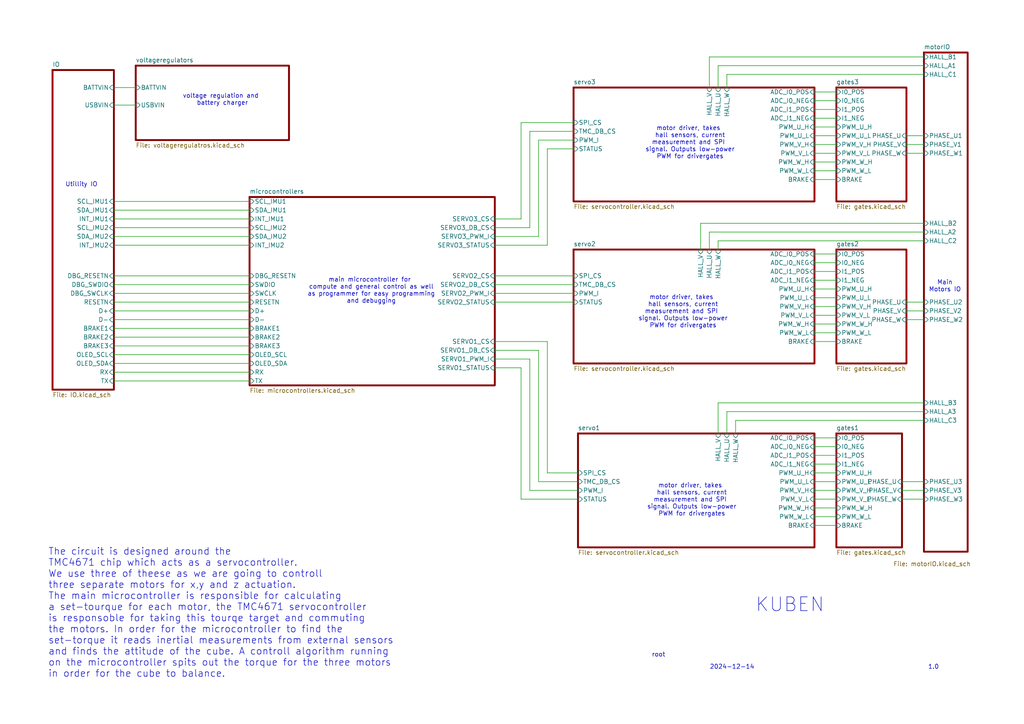
<source format=kicad_sch>
(kicad_sch
	(version 20231120)
	(generator "eeschema")
	(generator_version "8.0")
	(uuid "c7634e88-16d1-45ec-9aac-9c841e03cf6d")
	(paper "A4")
	(lib_symbols)
	(wire
		(pts
			(xy 262.89 44.45) (xy 267.97 44.45)
		)
		(stroke
			(width 0)
			(type default)
		)
		(uuid "0442c1d6-d710-477a-bbae-6e15fb043123")
	)
	(wire
		(pts
			(xy 236.22 46.99) (xy 242.57 46.99)
		)
		(stroke
			(width 0)
			(type default)
		)
		(uuid "04571961-bb7f-4cc8-a6b3-57e1b29d828b")
	)
	(wire
		(pts
			(xy 236.22 132.08) (xy 242.57 132.08)
		)
		(stroke
			(width 0)
			(type default)
		)
		(uuid "04cb9b9c-e00a-49f6-8781-5c65c2cf8ca1")
	)
	(wire
		(pts
			(xy 261.62 139.7) (xy 267.97 139.7)
		)
		(stroke
			(width 0)
			(type default)
		)
		(uuid "0c998ced-d9ee-4734-ae44-0841eca571d9")
	)
	(wire
		(pts
			(xy 236.22 44.45) (xy 242.57 44.45)
		)
		(stroke
			(width 0)
			(type default)
		)
		(uuid "0f753932-1d40-45d0-a893-c90331c2f4c2")
	)
	(wire
		(pts
			(xy 158.75 71.12) (xy 158.75 43.18)
		)
		(stroke
			(width 0)
			(type default)
		)
		(uuid "10d9a6c9-d0fb-41ae-b766-19779d5919d4")
	)
	(wire
		(pts
			(xy 236.22 134.62) (xy 242.57 134.62)
		)
		(stroke
			(width 0)
			(type default)
		)
		(uuid "11059d6b-f3b0-4f22-83f6-c55b43d590f2")
	)
	(wire
		(pts
			(xy 158.75 99.06) (xy 158.75 137.16)
		)
		(stroke
			(width 0)
			(type default)
		)
		(uuid "12d442b4-6b9d-4dd9-b2fa-9377566c556b")
	)
	(wire
		(pts
			(xy 236.22 152.4) (xy 242.57 152.4)
		)
		(stroke
			(width 0)
			(type default)
		)
		(uuid "15beb2be-4553-42b4-a30b-a24371527c6a")
	)
	(wire
		(pts
			(xy 236.22 139.7) (xy 242.57 139.7)
		)
		(stroke
			(width 0)
			(type default)
		)
		(uuid "162bf820-87d4-4773-ab86-8ecd7bf9e3d8")
	)
	(wire
		(pts
			(xy 158.75 137.16) (xy 167.64 137.16)
		)
		(stroke
			(width 0)
			(type default)
		)
		(uuid "1bc40a12-3fc0-4493-bad1-03f7b10bdab8")
	)
	(wire
		(pts
			(xy 236.22 81.28) (xy 242.57 81.28)
		)
		(stroke
			(width 0)
			(type default)
		)
		(uuid "1bf2f08d-33e9-458a-8aee-1ca62cfd2e9a")
	)
	(wire
		(pts
			(xy 236.22 149.86) (xy 242.57 149.86)
		)
		(stroke
			(width 0)
			(type default)
		)
		(uuid "1c8faeb0-9aff-489b-8463-a02e01fc155e")
	)
	(wire
		(pts
			(xy 236.22 41.91) (xy 242.57 41.91)
		)
		(stroke
			(width 0)
			(type default)
		)
		(uuid "2339f343-ef04-45b0-a85a-83948d5d3cb5")
	)
	(wire
		(pts
			(xy 262.89 87.63) (xy 267.97 87.63)
		)
		(stroke
			(width 0)
			(type default)
		)
		(uuid "2341ebd5-fc34-410d-aa60-f1f0d2bf4451")
	)
	(wire
		(pts
			(xy 205.74 67.31) (xy 267.97 67.31)
		)
		(stroke
			(width 0)
			(type default)
		)
		(uuid "236dc040-313a-47aa-8b00-2563f9bc27a8")
	)
	(wire
		(pts
			(xy 151.13 35.56) (xy 166.37 35.56)
		)
		(stroke
			(width 0)
			(type default)
		)
		(uuid "24d56666-e389-4c03-8180-dc986f6a83bd")
	)
	(wire
		(pts
			(xy 203.2 64.77) (xy 267.97 64.77)
		)
		(stroke
			(width 0)
			(type default)
		)
		(uuid "2dfc0cc1-e4af-418a-b8fb-2ce57435916d")
	)
	(wire
		(pts
			(xy 236.22 96.52) (xy 242.57 96.52)
		)
		(stroke
			(width 0)
			(type default)
		)
		(uuid "30ff744e-6916-41db-8a6b-bbed495f2ae5")
	)
	(wire
		(pts
			(xy 205.74 16.51) (xy 267.97 16.51)
		)
		(stroke
			(width 0)
			(type default)
		)
		(uuid "37b22253-0237-40e9-90b5-8752dd74f1b0")
	)
	(wire
		(pts
			(xy 236.22 83.82) (xy 242.57 83.82)
		)
		(stroke
			(width 0)
			(type default)
		)
		(uuid "3cf51e97-6200-4d4d-8328-1bbe057a2b7f")
	)
	(wire
		(pts
			(xy 208.28 116.84) (xy 208.28 125.73)
		)
		(stroke
			(width 0)
			(type default)
		)
		(uuid "3e0664a5-05b7-4e0a-ac6b-7c884c860770")
	)
	(wire
		(pts
			(xy 33.02 30.48) (xy 39.37 30.48)
		)
		(stroke
			(width 0)
			(type default)
		)
		(uuid "40887b02-0436-437c-9027-0b8f46cbefe3")
	)
	(wire
		(pts
			(xy 143.51 71.12) (xy 158.75 71.12)
		)
		(stroke
			(width 0)
			(type default)
		)
		(uuid "44177333-c24a-4a30-b13c-7d0175c92b3f")
	)
	(wire
		(pts
			(xy 143.51 82.55) (xy 166.37 82.55)
		)
		(stroke
			(width 0)
			(type default)
		)
		(uuid "445c6698-ed78-41ff-b3e4-9d8361689548")
	)
	(wire
		(pts
			(xy 236.22 73.66) (xy 242.57 73.66)
		)
		(stroke
			(width 0)
			(type default)
		)
		(uuid "45bd4de5-1f89-4418-a164-5a44ea241189")
	)
	(wire
		(pts
			(xy 33.02 102.87) (xy 72.39 102.87)
		)
		(stroke
			(width 0)
			(type default)
		)
		(uuid "460d3233-2650-42ca-bf9b-31924645e9fd")
	)
	(wire
		(pts
			(xy 208.28 19.05) (xy 267.97 19.05)
		)
		(stroke
			(width 0)
			(type default)
		)
		(uuid "4721fddf-8c9c-4dbc-b629-74993e3fd814")
	)
	(wire
		(pts
			(xy 203.2 64.77) (xy 203.2 72.39)
		)
		(stroke
			(width 0)
			(type default)
		)
		(uuid "47ce4fbb-3a1a-4b6e-be1f-0631b809d2c6")
	)
	(wire
		(pts
			(xy 33.02 87.63) (xy 72.39 87.63)
		)
		(stroke
			(width 0)
			(type default)
		)
		(uuid "483ba506-e5a4-45ac-a112-daa8e9868418")
	)
	(wire
		(pts
			(xy 236.22 142.24) (xy 242.57 142.24)
		)
		(stroke
			(width 0)
			(type default)
		)
		(uuid "4ca971c8-4835-4e2f-a13d-9ad67a12aa4c")
	)
	(wire
		(pts
			(xy 156.21 40.64) (xy 166.37 40.64)
		)
		(stroke
			(width 0)
			(type default)
		)
		(uuid "524ab4c4-58ce-4bcc-bac2-427fb1cf2968")
	)
	(wire
		(pts
			(xy 143.51 63.5) (xy 151.13 63.5)
		)
		(stroke
			(width 0)
			(type default)
		)
		(uuid "54d9e6b1-6d52-4997-9d94-534dc7916e9e")
	)
	(wire
		(pts
			(xy 236.22 129.54) (xy 242.57 129.54)
		)
		(stroke
			(width 0)
			(type default)
		)
		(uuid "55123c42-f587-41aa-9006-f072a1af420d")
	)
	(wire
		(pts
			(xy 158.75 43.18) (xy 166.37 43.18)
		)
		(stroke
			(width 0)
			(type default)
		)
		(uuid "553f6e91-b4d3-4df6-8477-91b2cabb6fb1")
	)
	(wire
		(pts
			(xy 208.28 19.05) (xy 208.28 25.4)
		)
		(stroke
			(width 0)
			(type default)
		)
		(uuid "55a1fbd1-d87a-4240-bfe8-38df0475d4f7")
	)
	(wire
		(pts
			(xy 236.22 147.32) (xy 242.57 147.32)
		)
		(stroke
			(width 0)
			(type default)
		)
		(uuid "5a052707-2bb7-4172-bcf5-eb020a8910b7")
	)
	(wire
		(pts
			(xy 236.22 76.2) (xy 242.57 76.2)
		)
		(stroke
			(width 0)
			(type default)
		)
		(uuid "5b46ba62-3d40-4860-bcb3-cb9438b29978")
	)
	(wire
		(pts
			(xy 33.02 58.42) (xy 72.39 58.42)
		)
		(stroke
			(width 0)
			(type default)
		)
		(uuid "5e248821-dea7-4fdf-b4a8-82c00be6aec7")
	)
	(wire
		(pts
			(xy 33.02 68.58) (xy 72.39 68.58)
		)
		(stroke
			(width 0)
			(type default)
		)
		(uuid "6121ca97-6719-41ba-ad91-75df0ed4cbdb")
	)
	(wire
		(pts
			(xy 262.89 90.17) (xy 267.97 90.17)
		)
		(stroke
			(width 0)
			(type default)
		)
		(uuid "6240d7be-3445-4dfe-a759-3a551bc8f443")
	)
	(wire
		(pts
			(xy 261.62 144.78) (xy 267.97 144.78)
		)
		(stroke
			(width 0)
			(type default)
		)
		(uuid "6400de5d-1e01-4505-bc69-3c438a78008e")
	)
	(wire
		(pts
			(xy 151.13 144.78) (xy 151.13 106.68)
		)
		(stroke
			(width 0)
			(type default)
		)
		(uuid "661bcdf9-8072-4a25-becc-8d02c0d49267")
	)
	(wire
		(pts
			(xy 33.02 82.55) (xy 72.39 82.55)
		)
		(stroke
			(width 0)
			(type default)
		)
		(uuid "681b270f-c901-44e9-93f8-832994237082")
	)
	(wire
		(pts
			(xy 236.22 78.74) (xy 242.57 78.74)
		)
		(stroke
			(width 0)
			(type default)
		)
		(uuid "68c7f9b9-7c48-47c2-b767-3c917507b216")
	)
	(wire
		(pts
			(xy 236.22 31.75) (xy 242.57 31.75)
		)
		(stroke
			(width 0)
			(type default)
		)
		(uuid "69914a61-0cb5-4296-b9e7-14d72a804b7d")
	)
	(wire
		(pts
			(xy 210.82 119.38) (xy 267.97 119.38)
		)
		(stroke
			(width 0)
			(type default)
		)
		(uuid "6b4237a0-04d7-474c-9dfa-a328329ef990")
	)
	(wire
		(pts
			(xy 143.51 104.14) (xy 153.67 104.14)
		)
		(stroke
			(width 0)
			(type default)
		)
		(uuid "74602f4c-ec4a-48fa-b901-1bfc8eccfa24")
	)
	(wire
		(pts
			(xy 143.51 80.01) (xy 166.37 80.01)
		)
		(stroke
			(width 0)
			(type default)
		)
		(uuid "74af19aa-91f7-4e0a-9973-a4a6bea9c479")
	)
	(wire
		(pts
			(xy 213.36 121.92) (xy 213.36 125.73)
		)
		(stroke
			(width 0)
			(type default)
		)
		(uuid "781cc4b6-2598-49eb-87c3-45dfe8c36235")
	)
	(wire
		(pts
			(xy 261.62 142.24) (xy 267.97 142.24)
		)
		(stroke
			(width 0)
			(type default)
		)
		(uuid "78a55089-a950-4c72-ae0c-f719a9aac756")
	)
	(wire
		(pts
			(xy 153.67 142.24) (xy 167.64 142.24)
		)
		(stroke
			(width 0)
			(type default)
		)
		(uuid "7b432902-388c-4d5d-86fe-7f041359c867")
	)
	(wire
		(pts
			(xy 153.67 66.04) (xy 153.67 38.1)
		)
		(stroke
			(width 0)
			(type default)
		)
		(uuid "7b9db7f1-5572-49ce-b746-7d188e2a6c23")
	)
	(wire
		(pts
			(xy 33.02 95.25) (xy 72.39 95.25)
		)
		(stroke
			(width 0)
			(type default)
		)
		(uuid "7bdb09a2-51f3-43a7-9b50-855b6e44f783")
	)
	(wire
		(pts
			(xy 33.02 110.49) (xy 72.39 110.49)
		)
		(stroke
			(width 0)
			(type default)
		)
		(uuid "7c0b0cf4-05a8-4223-8485-e07dd0005e3b")
	)
	(wire
		(pts
			(xy 236.22 29.21) (xy 242.57 29.21)
		)
		(stroke
			(width 0)
			(type default)
		)
		(uuid "80806592-c47c-4ef8-aaab-a17d8c6cc7ef")
	)
	(wire
		(pts
			(xy 210.82 21.59) (xy 267.97 21.59)
		)
		(stroke
			(width 0)
			(type default)
		)
		(uuid "80ff231d-c9d8-4963-bb8f-fc450952195f")
	)
	(wire
		(pts
			(xy 205.74 16.51) (xy 205.74 25.4)
		)
		(stroke
			(width 0)
			(type default)
		)
		(uuid "82164de2-7f4f-404b-a141-17ed132e24c2")
	)
	(wire
		(pts
			(xy 156.21 68.58) (xy 156.21 40.64)
		)
		(stroke
			(width 0)
			(type default)
		)
		(uuid "83f4ce3a-a7cf-47b9-96a1-fdf87f7dd723")
	)
	(wire
		(pts
			(xy 236.22 39.37) (xy 242.57 39.37)
		)
		(stroke
			(width 0)
			(type default)
		)
		(uuid "865f1c6d-ece7-4aa0-a4fa-74e7a322fa06")
	)
	(wire
		(pts
			(xy 156.21 101.6) (xy 156.21 139.7)
		)
		(stroke
			(width 0)
			(type default)
		)
		(uuid "89b0d097-d58c-4682-a93f-fb17c39ae649")
	)
	(wire
		(pts
			(xy 156.21 139.7) (xy 167.64 139.7)
		)
		(stroke
			(width 0)
			(type default)
		)
		(uuid "8d953b4e-b172-4efe-a0cb-2ac3d9bfefda")
	)
	(wire
		(pts
			(xy 236.22 36.83) (xy 242.57 36.83)
		)
		(stroke
			(width 0)
			(type default)
		)
		(uuid "8de82ee2-8275-43c8-ada0-36a37620e2f4")
	)
	(wire
		(pts
			(xy 33.02 100.33) (xy 72.39 100.33)
		)
		(stroke
			(width 0)
			(type default)
		)
		(uuid "8faa7266-4011-480a-a980-43ab20adf955")
	)
	(wire
		(pts
			(xy 33.02 85.09) (xy 72.39 85.09)
		)
		(stroke
			(width 0)
			(type default)
		)
		(uuid "900a398b-da45-413c-8ab6-d0e295bb9fa6")
	)
	(wire
		(pts
			(xy 33.02 66.04) (xy 72.39 66.04)
		)
		(stroke
			(width 0)
			(type default)
		)
		(uuid "91ec5358-01de-42ac-80a7-a4700a4359fe")
	)
	(wire
		(pts
			(xy 236.22 34.29) (xy 242.57 34.29)
		)
		(stroke
			(width 0)
			(type default)
		)
		(uuid "9b7c5455-65d8-4248-8f6b-1dfb2fc34a17")
	)
	(wire
		(pts
			(xy 153.67 104.14) (xy 153.67 142.24)
		)
		(stroke
			(width 0)
			(type default)
		)
		(uuid "9b961367-0342-4500-87a8-9d5fd97e0531")
	)
	(wire
		(pts
			(xy 33.02 107.95) (xy 72.39 107.95)
		)
		(stroke
			(width 0)
			(type default)
		)
		(uuid "9bb88e8a-5d57-4c94-884f-1b83ab0a88e4")
	)
	(wire
		(pts
			(xy 33.02 25.4) (xy 39.37 25.4)
		)
		(stroke
			(width 0)
			(type default)
		)
		(uuid "9d1637ee-0fcd-4041-aa00-9bbb873bd788")
	)
	(wire
		(pts
			(xy 208.28 69.85) (xy 267.97 69.85)
		)
		(stroke
			(width 0)
			(type default)
		)
		(uuid "9e8fa7d9-98d8-465e-9ccb-e1c78cc6bd11")
	)
	(wire
		(pts
			(xy 210.82 119.38) (xy 210.82 125.73)
		)
		(stroke
			(width 0)
			(type default)
		)
		(uuid "9fedae90-06be-4360-bcfc-278160114ca7")
	)
	(wire
		(pts
			(xy 236.22 127) (xy 242.57 127)
		)
		(stroke
			(width 0)
			(type default)
		)
		(uuid "a2bcdfba-b9df-44e0-8a9f-01a25d8ee2f3")
	)
	(wire
		(pts
			(xy 262.89 39.37) (xy 267.97 39.37)
		)
		(stroke
			(width 0)
			(type default)
		)
		(uuid "a3ad9d9f-68f3-49c9-881a-97278efccf05")
	)
	(wire
		(pts
			(xy 143.51 87.63) (xy 166.37 87.63)
		)
		(stroke
			(width 0)
			(type default)
		)
		(uuid "a5493312-2002-44e8-9210-e8c198254c4a")
	)
	(wire
		(pts
			(xy 153.67 38.1) (xy 166.37 38.1)
		)
		(stroke
			(width 0)
			(type default)
		)
		(uuid "a88fa4eb-91dd-4b8b-9b3b-b52daceb554d")
	)
	(wire
		(pts
			(xy 262.89 41.91) (xy 267.97 41.91)
		)
		(stroke
			(width 0)
			(type default)
		)
		(uuid "a9de6539-bb76-4a12-86c0-5cfc3c39c839")
	)
	(wire
		(pts
			(xy 236.22 99.06) (xy 242.57 99.06)
		)
		(stroke
			(width 0)
			(type default)
		)
		(uuid "ab613de3-b807-45ee-b1f7-e9172205718f")
	)
	(wire
		(pts
			(xy 143.51 66.04) (xy 153.67 66.04)
		)
		(stroke
			(width 0)
			(type default)
		)
		(uuid "b183f22c-9e43-4b03-8226-d4ee8ed05bb5")
	)
	(wire
		(pts
			(xy 236.22 88.9) (xy 242.57 88.9)
		)
		(stroke
			(width 0)
			(type default)
		)
		(uuid "bfc188de-8cd3-4122-be7a-6b2d30fd5617")
	)
	(wire
		(pts
			(xy 236.22 144.78) (xy 242.57 144.78)
		)
		(stroke
			(width 0)
			(type default)
		)
		(uuid "c0849453-4df6-4983-96bc-94803da4f5a5")
	)
	(wire
		(pts
			(xy 143.51 101.6) (xy 156.21 101.6)
		)
		(stroke
			(width 0)
			(type default)
		)
		(uuid "c42a37f9-eac1-47dc-b0a2-3cea21d34c6f")
	)
	(wire
		(pts
			(xy 210.82 21.59) (xy 210.82 25.4)
		)
		(stroke
			(width 0)
			(type default)
		)
		(uuid "c666da31-27b9-41cb-9a2f-c0522775f236")
	)
	(wire
		(pts
			(xy 33.02 60.96) (xy 72.39 60.96)
		)
		(stroke
			(width 0)
			(type default)
		)
		(uuid "c68ebd2e-43d3-489d-98bd-777a99645a78")
	)
	(wire
		(pts
			(xy 236.22 137.16) (xy 242.57 137.16)
		)
		(stroke
			(width 0)
			(type default)
		)
		(uuid "c823a1f1-ff98-459b-a585-16381cb9ff4a")
	)
	(wire
		(pts
			(xy 213.36 121.92) (xy 267.97 121.92)
		)
		(stroke
			(width 0)
			(type default)
		)
		(uuid "cd809bc7-5767-405a-9a30-22157ddb5be1")
	)
	(wire
		(pts
			(xy 143.51 99.06) (xy 158.75 99.06)
		)
		(stroke
			(width 0)
			(type default)
		)
		(uuid "cec46628-dc25-4b40-81ea-cc0c7b0a82f1")
	)
	(wire
		(pts
			(xy 143.51 68.58) (xy 156.21 68.58)
		)
		(stroke
			(width 0)
			(type default)
		)
		(uuid "cf1636c5-ffed-4621-9b89-fea19ce57de3")
	)
	(wire
		(pts
			(xy 151.13 106.68) (xy 143.51 106.68)
		)
		(stroke
			(width 0)
			(type default)
		)
		(uuid "d56be10e-b372-47f2-a4ce-53c148f94c52")
	)
	(wire
		(pts
			(xy 205.74 67.31) (xy 205.74 72.39)
		)
		(stroke
			(width 0)
			(type default)
		)
		(uuid "d81f906b-685e-4668-ad08-241d512d8c36")
	)
	(wire
		(pts
			(xy 236.22 52.07) (xy 242.57 52.07)
		)
		(stroke
			(width 0)
			(type default)
		)
		(uuid "d8268c05-fe34-491e-9e09-a7591d162fa3")
	)
	(wire
		(pts
			(xy 262.89 92.71) (xy 267.97 92.71)
		)
		(stroke
			(width 0)
			(type default)
		)
		(uuid "d9708e30-8116-44dc-8ec4-2e02c3ec27f3")
	)
	(wire
		(pts
			(xy 167.64 144.78) (xy 151.13 144.78)
		)
		(stroke
			(width 0)
			(type default)
		)
		(uuid "df9b62f9-e5bc-4acb-bdb8-7e68a4d347ca")
	)
	(wire
		(pts
			(xy 33.02 105.41) (xy 72.39 105.41)
		)
		(stroke
			(width 0)
			(type default)
		)
		(uuid "e2e888b9-e108-4ac4-b529-760173acf044")
	)
	(wire
		(pts
			(xy 236.22 49.53) (xy 242.57 49.53)
		)
		(stroke
			(width 0)
			(type default)
		)
		(uuid "e49279b5-04ad-4794-a222-87d04f41038a")
	)
	(wire
		(pts
			(xy 33.02 80.01) (xy 72.39 80.01)
		)
		(stroke
			(width 0)
			(type default)
		)
		(uuid "e6ee4765-1db1-4682-8c89-671b5160958d")
	)
	(wire
		(pts
			(xy 236.22 93.98) (xy 242.57 93.98)
		)
		(stroke
			(width 0)
			(type default)
		)
		(uuid "eabc745e-32ea-45c6-b6ff-c3ee8b6c769a")
	)
	(wire
		(pts
			(xy 33.02 97.79) (xy 72.39 97.79)
		)
		(stroke
			(width 0)
			(type default)
		)
		(uuid "ec45d38a-aefd-4660-a62e-485101909d54")
	)
	(wire
		(pts
			(xy 33.02 92.71) (xy 72.39 92.71)
		)
		(stroke
			(width 0)
			(type default)
		)
		(uuid "ee7beac8-3688-418a-80c1-463fbe99216a")
	)
	(wire
		(pts
			(xy 236.22 86.36) (xy 242.57 86.36)
		)
		(stroke
			(width 0)
			(type default)
		)
		(uuid "f2162af8-d89b-4a91-9a2b-1a199e32ba48")
	)
	(wire
		(pts
			(xy 151.13 63.5) (xy 151.13 35.56)
		)
		(stroke
			(width 0)
			(type default)
		)
		(uuid "f680f5e2-291b-4165-8317-0ace16d067aa")
	)
	(wire
		(pts
			(xy 143.51 85.09) (xy 166.37 85.09)
		)
		(stroke
			(width 0)
			(type default)
		)
		(uuid "f851ebc3-608d-4c4a-b05f-480e5f6d78a3")
	)
	(wire
		(pts
			(xy 33.02 63.5) (xy 72.39 63.5)
		)
		(stroke
			(width 0)
			(type default)
		)
		(uuid "f8794806-31b5-45e7-866e-2018d7216c33")
	)
	(wire
		(pts
			(xy 208.28 116.84) (xy 267.97 116.84)
		)
		(stroke
			(width 0)
			(type default)
		)
		(uuid "f8d51b64-e767-4171-ac3e-9881a8b1ab54")
	)
	(wire
		(pts
			(xy 236.22 26.67) (xy 242.57 26.67)
		)
		(stroke
			(width 0)
			(type default)
		)
		(uuid "f97d9169-690d-4346-8886-5563220c5d09")
	)
	(wire
		(pts
			(xy 33.02 71.12) (xy 72.39 71.12)
		)
		(stroke
			(width 0)
			(type default)
		)
		(uuid "f9928d52-06e2-4ac1-833e-d2e16253cf75")
	)
	(wire
		(pts
			(xy 236.22 91.44) (xy 242.57 91.44)
		)
		(stroke
			(width 0)
			(type default)
		)
		(uuid "fb6816a3-2ee8-4eed-8d83-0b5dab0cf66e")
	)
	(wire
		(pts
			(xy 33.02 90.17) (xy 72.39 90.17)
		)
		(stroke
			(width 0)
			(type default)
		)
		(uuid "fbf7db2a-e9e2-433c-9b77-4c9238ff55a6")
	)
	(wire
		(pts
			(xy 208.28 69.85) (xy 208.28 72.39)
		)
		(stroke
			(width 0)
			(type default)
		)
		(uuid "fec43c4f-fb74-4b34-8d74-188b36681a16")
	)
	(text "1.0"
		(exclude_from_sim no)
		(at 270.764 193.548 0)
		(effects
			(font
				(size 1.27 1.27)
			)
		)
		(uuid "04dce7d2-da14-4217-8b0f-534ca4f4e847")
	)
	(text "voltage regulation and \nbattery charger"
		(exclude_from_sim no)
		(at 64.516 28.956 0)
		(effects
			(font
				(size 1.27 1.27)
			)
		)
		(uuid "0963e335-0d34-4661-980a-535308754f05")
	)
	(text "motor driver, takes \nhall sensors, current\nmeasurement and SPI \nsignal. Outputs low-power\nPWM for drivergates"
		(exclude_from_sim no)
		(at 200.152 41.402 0)
		(effects
			(font
				(size 1.27 1.27)
			)
		)
		(uuid "11a1d79c-bc6a-46ea-bb9b-c2db6e257a8b")
	)
	(text "motor driver, takes \nhall sensors, current\nmeasurement and SPI \nsignal. Outputs low-power\nPWM for drivergates"
		(exclude_from_sim no)
		(at 198.12 90.424 0)
		(effects
			(font
				(size 1.27 1.27)
			)
		)
		(uuid "423222a3-dd2a-4d18-a15a-4b7ed528e0f5")
	)
	(text "root\n"
		(exclude_from_sim no)
		(at 191.008 189.992 0)
		(effects
			(font
				(size 1.27 1.27)
			)
		)
		(uuid "5a172e0c-d619-4f79-9eb7-9481ed0ea30d")
	)
	(text "Main\nMotors IO"
		(exclude_from_sim no)
		(at 274.066 83.058 0)
		(effects
			(font
				(size 1.27 1.27)
			)
		)
		(uuid "7dcb2856-0af9-420c-aa92-55f5120b2d30")
	)
	(text "KUBEN\n"
		(exclude_from_sim no)
		(at 229.108 175.514 0)
		(effects
			(font
				(size 4 4)
			)
		)
		(uuid "7f15f5c0-f8a5-492e-8a7b-011217d89751")
	)
	(text "2024-12-14"
		(exclude_from_sim no)
		(at 212.344 193.548 0)
		(effects
			(font
				(size 1.27 1.27)
			)
		)
		(uuid "8f62eab0-86c0-44b2-8320-8730018509b3")
	)
	(text "main microcontroller for \ncompute and general control as well\nas programmer for easy programming\nand debugging"
		(exclude_from_sim no)
		(at 107.696 84.328 0)
		(effects
			(font
				(size 1.27 1.27)
			)
		)
		(uuid "a8869fcc-a438-4063-b6bf-5496d88a9ef9")
	)
	(text "Utillity IO"
		(exclude_from_sim no)
		(at 23.622 53.594 0)
		(effects
			(font
				(size 1.27 1.27)
			)
		)
		(uuid "c3e3f7f2-335c-405d-9483-2a11adf9bf05")
	)
	(text "motor driver, takes \nhall sensors, current\nmeasurement and SPI \nsignal. Outputs low-power\nPWM for drivergates"
		(exclude_from_sim no)
		(at 200.66 145.034 0)
		(effects
			(font
				(size 1.27 1.27)
			)
		)
		(uuid "e6dda58c-7d5a-4494-96ea-ef00098d5e3a")
	)
	(text "The circuit is designed around the\nTMC4671 chip which acts as a servocontroller.\nWe use three of theese as we are going to controll\nthree separate motors for x,y and z actuation.\nThe main microcontroller is responsible for calculating\na set-tourque for each motor, the TMC4671 servocontroller\nis responsoble for taking this tourqe target and commuting\nthe motors. In order for the microcontroller to find the\nset-torque it reads inertial measurements from external sensors\nand finds the attitude of the cube. A controll algorithm running\non the microcontroller spits out the torque for the three motors\nin order for the cube to balance."
		(exclude_from_sim no)
		(at 13.97 177.8 0)
		(effects
			(font
				(size 2 2)
			)
			(justify left)
		)
		(uuid "ea3d13d9-e996-483f-9592-4354493bfddb")
	)
	(sheet
		(at 167.64 125.73)
		(size 68.58 33.02)
		(fields_autoplaced yes)
		(stroke
			(width 0.5)
			(type solid)
		)
		(fill
			(color 0 0 0 0.0000)
		)
		(uuid "095cf403-627e-473d-974a-cb1fe8ca8b1f")
		(property "Sheetname" "servo1"
			(at 167.64 124.8446 0)
			(effects
				(font
					(size 1.27 1.27)
				)
				(justify left bottom)
			)
		)
		(property "Sheetfile" "servocontroller.kicad_sch"
			(at 167.64 159.5084 0)
			(effects
				(font
					(size 1.27 1.27)
				)
				(justify left top)
			)
		)
		(pin "ADC_I0_POS" input
			(at 236.22 127 0)
			(effects
				(font
					(size 1.27 1.27)
				)
				(justify right)
			)
			(uuid "eaab5396-5c05-499b-8ec0-5bebda9f086d")
		)
		(pin "ADC_I1_POS" input
			(at 236.22 132.08 0)
			(effects
				(font
					(size 1.27 1.27)
				)
				(justify right)
			)
			(uuid "ff856901-0f4c-4e4e-8706-3bee54526503")
		)
		(pin "ADC_I1_NEG" input
			(at 236.22 134.62 0)
			(effects
				(font
					(size 1.27 1.27)
				)
				(justify right)
			)
			(uuid "2362607f-1c8d-44d9-9958-e838465c2ba8")
		)
		(pin "ADC_I0_NEG" input
			(at 236.22 129.54 0)
			(effects
				(font
					(size 1.27 1.27)
				)
				(justify right)
			)
			(uuid "9d641fea-047b-4ab4-a18c-6b72b073da9d")
		)
		(pin "HALL_V" input
			(at 208.28 125.73 90)
			(effects
				(font
					(size 1.27 1.27)
				)
				(justify right)
			)
			(uuid "e44574c7-1e29-4dcd-9449-77a15eb55848")
		)
		(pin "BRAKE" input
			(at 236.22 152.4 0)
			(effects
				(font
					(size 1.27 1.27)
				)
				(justify right)
			)
			(uuid "c662a571-4b51-4562-9824-6a6db232e156")
		)
		(pin "PWM_I" input
			(at 167.64 142.24 180)
			(effects
				(font
					(size 1.27 1.27)
				)
				(justify left)
			)
			(uuid "fd4be752-ec8c-4a54-87fc-f86cc031282b")
		)
		(pin "SPI_CS" input
			(at 167.64 137.16 180)
			(effects
				(font
					(size 1.27 1.27)
				)
				(justify left)
			)
			(uuid "df7c813e-1f12-4fb6-acd7-f40def3b0af8")
		)
		(pin "HALL_U" input
			(at 210.82 125.73 90)
			(effects
				(font
					(size 1.27 1.27)
				)
				(justify right)
			)
			(uuid "aaecc63f-3e80-4360-8005-1858ec09e1fc")
		)
		(pin "HALL_W" input
			(at 213.36 125.73 90)
			(effects
				(font
					(size 1.27 1.27)
				)
				(justify right)
			)
			(uuid "0f10260a-484f-4a3f-91f6-cd3f140fa344")
		)
		(pin "PWM_W_H" input
			(at 236.22 147.32 0)
			(effects
				(font
					(size 1.27 1.27)
				)
				(justify right)
			)
			(uuid "4b48cf1a-0607-47ac-b0d1-cec979deef3d")
		)
		(pin "PWM_W_L" input
			(at 236.22 149.86 0)
			(effects
				(font
					(size 1.27 1.27)
				)
				(justify right)
			)
			(uuid "0c904567-aa6b-460f-ab3e-80e6f7bcd7b7")
		)
		(pin "PWM_U_L" input
			(at 236.22 139.7 0)
			(effects
				(font
					(size 1.27 1.27)
				)
				(justify right)
			)
			(uuid "079c83ef-fdfd-4cd6-8f28-b4e07b53e37a")
		)
		(pin "PWM_V_H" input
			(at 236.22 142.24 0)
			(effects
				(font
					(size 1.27 1.27)
				)
				(justify right)
			)
			(uuid "851cbcf6-b916-487e-a67d-f55fe28925d3")
		)
		(pin "PWM_V_L" input
			(at 236.22 144.78 0)
			(effects
				(font
					(size 1.27 1.27)
				)
				(justify right)
			)
			(uuid "efe4d71a-3248-4cf3-982b-59753487533e")
		)
		(pin "PWM_U_H" input
			(at 236.22 137.16 0)
			(effects
				(font
					(size 1.27 1.27)
				)
				(justify right)
			)
			(uuid "e4413858-ff89-4347-b2a2-7532f931f63f")
		)
		(pin "STATUS" input
			(at 167.64 144.78 180)
			(effects
				(font
					(size 1.27 1.27)
				)
				(justify left)
			)
			(uuid "b0b9c0d3-09f3-45f4-9690-a024646f7805")
		)
		(pin "TMC_DB_CS" input
			(at 167.64 139.7 180)
			(effects
				(font
					(size 1.27 1.27)
				)
				(justify left)
			)
			(uuid "0bd81ac8-58b9-485e-a36c-ed5426538fcb")
		)
		(instances
			(project "motordriver"
				(path "/c7634e88-16d1-45ec-9aac-9c841e03cf6d"
					(page "7")
				)
			)
		)
	)
	(sheet
		(at 15.24 20.32)
		(size 17.78 92.71)
		(fields_autoplaced yes)
		(stroke
			(width 0.5)
			(type solid)
		)
		(fill
			(color 0 0 0 0.0000)
		)
		(uuid "38bc72d2-c2f6-4538-9c33-e1ab2a8ac987")
		(property "Sheetname" "IO"
			(at 15.24 19.4346 0)
			(effects
				(font
					(size 1.27 1.27)
				)
				(justify left bottom)
			)
		)
		(property "Sheetfile" "IO.kicad_sch"
			(at 15.24 113.7884 0)
			(effects
				(font
					(size 1.27 1.27)
				)
				(justify left top)
			)
		)
		(pin "D+" input
			(at 33.02 90.17 0)
			(effects
				(font
					(size 1.27 1.27)
				)
				(justify right)
			)
			(uuid "a574579f-8e83-4b56-866e-ddcee05b0ebc")
		)
		(pin "D-" input
			(at 33.02 92.71 0)
			(effects
				(font
					(size 1.27 1.27)
				)
				(justify right)
			)
			(uuid "5fbe2461-66f9-456b-acbd-91ef64f92fbf")
		)
		(pin "USBVIN" input
			(at 33.02 30.48 0)
			(effects
				(font
					(size 1.27 1.27)
				)
				(justify right)
			)
			(uuid "c9af36b6-4adc-4bfd-921c-ed293a75d4ef")
		)
		(pin "OLED_SDA" input
			(at 33.02 105.41 0)
			(effects
				(font
					(size 1.27 1.27)
				)
				(justify right)
			)
			(uuid "6725442a-c385-4e68-b468-8eddf4adf183")
		)
		(pin "OLED_SCL" input
			(at 33.02 102.87 0)
			(effects
				(font
					(size 1.27 1.27)
				)
				(justify right)
			)
			(uuid "134ae1fa-3858-4223-9d94-b5b19aa45fe7")
		)
		(pin "TX" input
			(at 33.02 110.49 0)
			(effects
				(font
					(size 1.27 1.27)
				)
				(justify right)
			)
			(uuid "794afb89-7a2e-4385-907e-3e7408d7f155")
		)
		(pin "RX" input
			(at 33.02 107.95 0)
			(effects
				(font
					(size 1.27 1.27)
				)
				(justify right)
			)
			(uuid "4f41ca5e-6699-4a0f-a11c-7bd3aa6e1281")
		)
		(pin "BATTVIN" input
			(at 33.02 25.4 0)
			(effects
				(font
					(size 1.27 1.27)
				)
				(justify right)
			)
			(uuid "eef83232-0b50-4bad-974c-967476fdf2fd")
		)
		(pin "BRAKE1" input
			(at 33.02 95.25 0)
			(effects
				(font
					(size 1.27 1.27)
				)
				(justify right)
			)
			(uuid "c1cc1c62-9ef6-4521-a0cb-389c289e820e")
		)
		(pin "BRAKE2" input
			(at 33.02 97.79 0)
			(effects
				(font
					(size 1.27 1.27)
				)
				(justify right)
			)
			(uuid "6c0fdd40-c992-4ae8-8d2a-cf4df38f6298")
		)
		(pin "BRAKE3" input
			(at 33.02 100.33 0)
			(effects
				(font
					(size 1.27 1.27)
				)
				(justify right)
			)
			(uuid "23b0c68f-b587-431c-90cd-3f6cb0469ed2")
		)
		(pin "RESETN" input
			(at 33.02 87.63 0)
			(effects
				(font
					(size 1.27 1.27)
				)
				(justify right)
			)
			(uuid "451d54cf-daf7-4f44-9760-6d5a92502b8f")
		)
		(pin "SCL_IMU2" input
			(at 33.02 66.04 0)
			(effects
				(font
					(size 1.27 1.27)
				)
				(justify right)
			)
			(uuid "7994af2e-50f6-4fd2-a5bc-f4ab0178dd48")
		)
		(pin "INT_IMU2" input
			(at 33.02 71.12 0)
			(effects
				(font
					(size 1.27 1.27)
				)
				(justify right)
			)
			(uuid "6d752661-031a-448c-8af2-f499f52a00ef")
		)
		(pin "SDA_IMU2" input
			(at 33.02 68.58 0)
			(effects
				(font
					(size 1.27 1.27)
				)
				(justify right)
			)
			(uuid "addeb525-fefd-444f-920b-01f6ec1e3060")
		)
		(pin "SDA_IMU1" input
			(at 33.02 60.96 0)
			(effects
				(font
					(size 1.27 1.27)
				)
				(justify right)
			)
			(uuid "e4b6d090-c287-46d5-a55c-bd070a0594d5")
		)
		(pin "INT_IMU1" input
			(at 33.02 63.5 0)
			(effects
				(font
					(size 1.27 1.27)
				)
				(justify right)
			)
			(uuid "182fc926-7305-42b3-9eac-f03524478aaf")
		)
		(pin "SCL_IMU1" input
			(at 33.02 58.42 0)
			(effects
				(font
					(size 1.27 1.27)
				)
				(justify right)
			)
			(uuid "c993159d-e60c-4ae4-98b2-af8c966f8024")
		)
		(pin "DBG_SWCLK" input
			(at 33.02 85.09 0)
			(effects
				(font
					(size 1.27 1.27)
				)
				(justify right)
			)
			(uuid "2e2ab090-7af4-47b0-9d1f-03beae41fcb3")
		)
		(pin "DBG_RESETN" input
			(at 33.02 80.01 0)
			(effects
				(font
					(size 1.27 1.27)
				)
				(justify right)
			)
			(uuid "f0aa3750-53c4-47f2-953e-8e26a545f117")
		)
		(pin "DBG_SWDIO" input
			(at 33.02 82.55 0)
			(effects
				(font
					(size 1.27 1.27)
				)
				(justify right)
			)
			(uuid "d94a7b46-fa97-43a0-ba96-3393bfac5d98")
		)
		(instances
			(project "motordriver"
				(path "/c7634e88-16d1-45ec-9aac-9c841e03cf6d"
					(page "5")
				)
			)
		)
	)
	(sheet
		(at 166.37 25.4)
		(size 69.85 33.02)
		(fields_autoplaced yes)
		(stroke
			(width 0.5)
			(type solid)
		)
		(fill
			(color 0 0 0 0.0000)
		)
		(uuid "3a57148f-9ebd-4906-ad6b-7dbf7876a4a8")
		(property "Sheetname" "servo3"
			(at 166.37 24.5146 0)
			(effects
				(font
					(size 1.27 1.27)
				)
				(justify left bottom)
			)
		)
		(property "Sheetfile" "servocontroller.kicad_sch"
			(at 166.37 59.1784 0)
			(effects
				(font
					(size 1.27 1.27)
				)
				(justify left top)
			)
		)
		(pin "ADC_I1_POS" input
			(at 236.22 31.75 0)
			(effects
				(font
					(size 1.27 1.27)
				)
				(justify right)
			)
			(uuid "ef5cad3f-2458-41c0-a9b2-88c141f2c30b")
		)
		(pin "ADC_I1_NEG" input
			(at 236.22 34.29 0)
			(effects
				(font
					(size 1.27 1.27)
				)
				(justify right)
			)
			(uuid "5bd085b3-6688-462b-83ce-99792619f5ec")
		)
		(pin "ADC_I0_NEG" input
			(at 236.22 29.21 0)
			(effects
				(font
					(size 1.27 1.27)
				)
				(justify right)
			)
			(uuid "75aef437-50cb-44d7-8e63-b53f45919969")
		)
		(pin "ADC_I0_POS" input
			(at 236.22 26.67 0)
			(effects
				(font
					(size 1.27 1.27)
				)
				(justify right)
			)
			(uuid "a0b08dbe-4bdf-44bb-88aa-81a0a79633b0")
		)
		(pin "HALL_V" input
			(at 205.74 25.4 90)
			(effects
				(font
					(size 1.27 1.27)
				)
				(justify right)
			)
			(uuid "2ab22c68-c98e-46a1-9abe-e1943a1c4dc9")
		)
		(pin "BRAKE" input
			(at 236.22 52.07 0)
			(effects
				(font
					(size 1.27 1.27)
				)
				(justify right)
			)
			(uuid "2cf21a64-5d9f-4d91-98d8-46fda6964c4c")
		)
		(pin "PWM_I" input
			(at 166.37 40.64 180)
			(effects
				(font
					(size 1.27 1.27)
				)
				(justify left)
			)
			(uuid "b5286910-3bf1-4d6d-8768-c0bc250fb73d")
		)
		(pin "HALL_U" input
			(at 208.28 25.4 90)
			(effects
				(font
					(size 1.27 1.27)
				)
				(justify right)
			)
			(uuid "fcd72e61-94c3-47d4-90c0-08cc4ec487cb")
		)
		(pin "HALL_W" input
			(at 210.82 25.4 90)
			(effects
				(font
					(size 1.27 1.27)
				)
				(justify right)
			)
			(uuid "e0c26922-3c07-43a8-8a95-7fd15d566b2b")
		)
		(pin "PWM_W_L" input
			(at 236.22 49.53 0)
			(effects
				(font
					(size 1.27 1.27)
				)
				(justify right)
			)
			(uuid "8391ac31-a4f9-4ed0-b258-0e6db4324673")
		)
		(pin "PWM_W_H" input
			(at 236.22 46.99 0)
			(effects
				(font
					(size 1.27 1.27)
				)
				(justify right)
			)
			(uuid "245b1d3b-6c21-45e1-bf74-4935e56805b5")
		)
		(pin "PWM_U_L" input
			(at 236.22 39.37 0)
			(effects
				(font
					(size 1.27 1.27)
				)
				(justify right)
			)
			(uuid "d5465001-f551-4d8b-a908-5a3962e29291")
		)
		(pin "PWM_V_H" input
			(at 236.22 41.91 0)
			(effects
				(font
					(size 1.27 1.27)
				)
				(justify right)
			)
			(uuid "9295498e-a92c-417a-b2a7-89099af3ac30")
		)
		(pin "PWM_V_L" input
			(at 236.22 44.45 0)
			(effects
				(font
					(size 1.27 1.27)
				)
				(justify right)
			)
			(uuid "057d6bd1-e860-446e-a322-a0ba088bdd9f")
		)
		(pin "PWM_U_H" input
			(at 236.22 36.83 0)
			(effects
				(font
					(size 1.27 1.27)
				)
				(justify right)
			)
			(uuid "c4121d17-1fca-40f3-8065-46817e742cb9")
		)
		(pin "STATUS" input
			(at 166.37 43.18 180)
			(effects
				(font
					(size 1.27 1.27)
				)
				(justify left)
			)
			(uuid "85a1a4ff-17d6-4761-ab60-eec3b8081902")
		)
		(pin "SPI_CS" input
			(at 166.37 35.56 180)
			(effects
				(font
					(size 1.27 1.27)
				)
				(justify left)
			)
			(uuid "75eea456-84d2-4397-9e4a-a037abeec666")
		)
		(pin "TMC_DB_CS" input
			(at 166.37 38.1 180)
			(effects
				(font
					(size 1.27 1.27)
				)
				(justify left)
			)
			(uuid "d187049c-6050-4d33-8f79-5e56fa0eee0b")
		)
		(instances
			(project "motordriver"
				(path "/c7634e88-16d1-45ec-9aac-9c841e03cf6d"
					(page "13")
				)
			)
		)
	)
	(sheet
		(at 39.37 19.05)
		(size 44.45 21.59)
		(fields_autoplaced yes)
		(stroke
			(width 0.5)
			(type solid)
		)
		(fill
			(color 0 0 0 0.0000)
		)
		(uuid "40fe2217-7020-4fd5-b361-1423767f0697")
		(property "Sheetname" "voltageregulators"
			(at 39.37 18.1646 0)
			(effects
				(font
					(size 1.27 1.27)
				)
				(justify left bottom)
			)
		)
		(property "Sheetfile" "voltageregulatros.kicad_sch"
			(at 39.37 41.3984 0)
			(effects
				(font
					(size 1.27 1.27)
				)
				(justify left top)
			)
		)
		(pin "BATTVIN" input
			(at 39.37 25.4 180)
			(effects
				(font
					(size 1.27 1.27)
				)
				(justify left)
			)
			(uuid "dae15151-5f70-4fe7-bc26-67eb336206a3")
		)
		(pin "USBVIN" input
			(at 39.37 30.48 180)
			(effects
				(font
					(size 1.27 1.27)
				)
				(justify left)
			)
			(uuid "c9814b6c-f6ed-41a5-be2a-97fd38f3bbcb")
		)
		(instances
			(project "motordriver"
				(path "/c7634e88-16d1-45ec-9aac-9c841e03cf6d"
					(page "4")
				)
			)
		)
	)
	(sheet
		(at 242.57 25.4)
		(size 20.32 33.02)
		(fields_autoplaced yes)
		(stroke
			(width 0.5)
			(type solid)
		)
		(fill
			(color 0 0 0 0.0000)
		)
		(uuid "4adc8e75-6797-461c-8ad6-e6b779b2e551")
		(property "Sheetname" "gates3"
			(at 242.57 24.5146 0)
			(effects
				(font
					(size 1.27 1.27)
				)
				(justify left bottom)
			)
		)
		(property "Sheetfile" "gates.kicad_sch"
			(at 242.57 59.1784 0)
			(effects
				(font
					(size 1.27 1.27)
				)
				(justify left top)
			)
		)
		(pin "PHASE_U" input
			(at 262.89 39.37 0)
			(effects
				(font
					(size 1.27 1.27)
				)
				(justify right)
			)
			(uuid "372e9d36-d7b2-43ae-97c3-f07fd7bbdba0")
		)
		(pin "PHASE_V" input
			(at 262.89 41.91 0)
			(effects
				(font
					(size 1.27 1.27)
				)
				(justify right)
			)
			(uuid "b153355e-faf9-4a88-b1e4-d6351f0ea759")
		)
		(pin "PHASE_W" input
			(at 262.89 44.45 0)
			(effects
				(font
					(size 1.27 1.27)
				)
				(justify right)
			)
			(uuid "34f6c248-07cc-4b94-ba93-11527d61560d")
		)
		(pin "PWM_W_H" input
			(at 242.57 46.99 180)
			(effects
				(font
					(size 1.27 1.27)
				)
				(justify left)
			)
			(uuid "6757ecc7-87dc-4d82-8404-f817b68da212")
		)
		(pin "PWM_W_L" input
			(at 242.57 49.53 180)
			(effects
				(font
					(size 1.27 1.27)
				)
				(justify left)
			)
			(uuid "df221f92-ff45-4fe8-9281-276759469d11")
		)
		(pin "PWM_U_H" input
			(at 242.57 36.83 180)
			(effects
				(font
					(size 1.27 1.27)
				)
				(justify left)
			)
			(uuid "5f090b4c-6896-4910-90ca-ce4833732f1a")
		)
		(pin "PWM_U_L" input
			(at 242.57 39.37 180)
			(effects
				(font
					(size 1.27 1.27)
				)
				(justify left)
			)
			(uuid "0ef6b1c2-64a0-4ede-bd93-a893ceba9e81")
		)
		(pin "PWM_V_L" input
			(at 242.57 44.45 180)
			(effects
				(font
					(size 1.27 1.27)
				)
				(justify left)
			)
			(uuid "7cbe6236-6cb8-4669-b9e4-7065cd0ed5a8")
		)
		(pin "PWM_V_H" input
			(at 242.57 41.91 180)
			(effects
				(font
					(size 1.27 1.27)
				)
				(justify left)
			)
			(uuid "422fdf2c-7dad-49a2-add8-1bf7876598fa")
		)
		(pin "I1_NEG" input
			(at 242.57 34.29 180)
			(effects
				(font
					(size 1.27 1.27)
				)
				(justify left)
			)
			(uuid "abb3387d-869e-4081-8d55-10b67ac5a79d")
		)
		(pin "I0_NEG" input
			(at 242.57 29.21 180)
			(effects
				(font
					(size 1.27 1.27)
				)
				(justify left)
			)
			(uuid "90457db3-7988-4a81-83c4-a263fd8825fc")
		)
		(pin "I0_POS" input
			(at 242.57 26.67 180)
			(effects
				(font
					(size 1.27 1.27)
				)
				(justify left)
			)
			(uuid "18700dac-a922-46ca-a200-6e63610edb8f")
		)
		(pin "I1_POS" input
			(at 242.57 31.75 180)
			(effects
				(font
					(size 1.27 1.27)
				)
				(justify left)
			)
			(uuid "d86fbb32-76d7-4f2c-a830-dab07426fc21")
		)
		(pin "BRAKE" input
			(at 242.57 52.07 180)
			(effects
				(font
					(size 1.27 1.27)
				)
				(justify left)
			)
			(uuid "32f50cb9-89e3-4b50-917b-2b9784660196")
		)
		(instances
			(project "motordriver"
				(path "/c7634e88-16d1-45ec-9aac-9c841e03cf6d"
					(page "14")
				)
			)
		)
	)
	(sheet
		(at 267.97 15.24)
		(size 12.7 144.78)
		(stroke
			(width 0.5)
			(type solid)
		)
		(fill
			(color 0 0 0 0.0000)
		)
		(uuid "5d8f5153-26a2-4903-a925-dc0c63f77bf7")
		(property "Sheetname" "motorIO"
			(at 267.97 14.3546 0)
			(effects
				(font
					(size 1.27 1.27)
				)
				(justify left bottom)
			)
		)
		(property "Sheetfile" "motorIO.kicad_sch"
			(at 259.08 162.814 0)
			(effects
				(font
					(size 1.27 1.27)
				)
				(justify left top)
			)
		)
		(pin "HALL_B1" input
			(at 267.97 16.51 180)
			(effects
				(font
					(size 1.27 1.27)
				)
				(justify left)
			)
			(uuid "304e57f1-c2e8-493a-a94c-095bd30f88f4")
		)
		(pin "HALL_A1" input
			(at 267.97 19.05 180)
			(effects
				(font
					(size 1.27 1.27)
				)
				(justify left)
			)
			(uuid "ee60aad6-12be-48a3-9e83-ad69d2221ded")
		)
		(pin "HALL_C1" input
			(at 267.97 21.59 180)
			(effects
				(font
					(size 1.27 1.27)
				)
				(justify left)
			)
			(uuid "080958d4-2f9d-4c39-b17e-066e8ad223c0")
		)
		(pin "PHASE_U2" input
			(at 267.97 87.63 180)
			(effects
				(font
					(size 1.27 1.27)
				)
				(justify left)
			)
			(uuid "d0b4ef47-5d1b-4dbc-adb3-c502b9fd65be")
		)
		(pin "PHASE_V1" input
			(at 267.97 41.91 180)
			(effects
				(font
					(size 1.27 1.27)
				)
				(justify left)
			)
			(uuid "193e800c-8bb8-4130-bef6-1852498dbb79")
		)
		(pin "PHASE_U1" input
			(at 267.97 39.37 180)
			(effects
				(font
					(size 1.27 1.27)
				)
				(justify left)
			)
			(uuid "042ae849-f79e-4863-b0a8-63f497846b2d")
		)
		(pin "PHASE_W1" input
			(at 267.97 44.45 180)
			(effects
				(font
					(size 1.27 1.27)
				)
				(justify left)
			)
			(uuid "0d84d9f5-5667-4a6f-9dcf-7b1ae32c97e2")
		)
		(pin "PHASE_U3" input
			(at 267.97 139.7 180)
			(effects
				(font
					(size 1.27 1.27)
				)
				(justify left)
			)
			(uuid "be6c98f2-b077-4ff0-9882-98985be2e05f")
		)
		(pin "PHASE_V3" input
			(at 267.97 142.24 180)
			(effects
				(font
					(size 1.27 1.27)
				)
				(justify left)
			)
			(uuid "d3006608-aa8d-45e9-b7b7-92c932518f0d")
		)
		(pin "PHASE_W3" input
			(at 267.97 144.78 180)
			(effects
				(font
					(size 1.27 1.27)
				)
				(justify left)
			)
			(uuid "0ee22d8f-b8a8-457b-81f8-4ee53c08f169")
		)
		(pin "HALL_C2" input
			(at 267.97 69.85 180)
			(effects
				(font
					(size 1.27 1.27)
				)
				(justify left)
			)
			(uuid "11bdc71a-cbea-459a-bd7a-7d0d23273efa")
		)
		(pin "HALL_A2" input
			(at 267.97 67.31 180)
			(effects
				(font
					(size 1.27 1.27)
				)
				(justify left)
			)
			(uuid "5f21d7df-80ea-43dd-adf1-35eb8424f0e7")
		)
		(pin "HALL_B2" input
			(at 267.97 64.77 180)
			(effects
				(font
					(size 1.27 1.27)
				)
				(justify left)
			)
			(uuid "350ffe5f-ea9f-4536-96fc-2d5b347cdfa4")
		)
		(pin "PHASE_V2" input
			(at 267.97 90.17 180)
			(effects
				(font
					(size 1.27 1.27)
				)
				(justify left)
			)
			(uuid "aefedaeb-ae89-4f87-a389-db7a5e2e23f3")
		)
		(pin "PHASE_W2" input
			(at 267.97 92.71 180)
			(effects
				(font
					(size 1.27 1.27)
				)
				(justify left)
			)
			(uuid "f412664d-8a85-401a-a6fb-0fa6a7d4e8c4")
		)
		(pin "HALL_B3" input
			(at 267.97 116.84 180)
			(effects
				(font
					(size 1.27 1.27)
				)
				(justify left)
			)
			(uuid "bba4f4f8-3765-45de-a7f2-3dc9169e012d")
		)
		(pin "HALL_A3" input
			(at 267.97 119.38 180)
			(effects
				(font
					(size 1.27 1.27)
				)
				(justify left)
			)
			(uuid "fe2fb522-7cd2-4694-8c98-2940480b7074")
		)
		(pin "HALL_C3" input
			(at 267.97 121.92 180)
			(effects
				(font
					(size 1.27 1.27)
				)
				(justify left)
			)
			(uuid "221aaeb8-bb99-4164-aee3-f9f8dbafdca7")
		)
		(instances
			(project "motordriver"
				(path "/c7634e88-16d1-45ec-9aac-9c841e03cf6d"
					(page "15")
				)
			)
		)
	)
	(sheet
		(at 72.39 57.15)
		(size 71.12 54.61)
		(fields_autoplaced yes)
		(stroke
			(width 0.5)
			(type solid)
		)
		(fill
			(color 0 0 0 0.0000)
		)
		(uuid "9ebbb593-eaf1-4a56-ba2a-164e20b1d55e")
		(property "Sheetname" "microcontrollers"
			(at 72.39 56.2646 0)
			(effects
				(font
					(size 1.27 1.27)
				)
				(justify left bottom)
			)
		)
		(property "Sheetfile" "microcontrollers.kicad_sch"
			(at 72.39 112.5184 0)
			(effects
				(font
					(size 1.27 1.27)
				)
				(justify left top)
			)
		)
		(pin "RESETN" input
			(at 72.39 87.63 180)
			(effects
				(font
					(size 1.27 1.27)
				)
				(justify left)
			)
			(uuid "6bd3f699-6b72-44cc-b469-12147d793cd3")
		)
		(pin "OLED_SCL" input
			(at 72.39 102.87 180)
			(effects
				(font
					(size 1.27 1.27)
				)
				(justify left)
			)
			(uuid "d21bc31c-450b-4869-b3a4-96aa55879b7b")
		)
		(pin "OLED_SDA" input
			(at 72.39 105.41 180)
			(effects
				(font
					(size 1.27 1.27)
				)
				(justify left)
			)
			(uuid "d2496a03-1ab2-49fe-a387-cc4c3f81a72d")
		)
		(pin "D+" input
			(at 72.39 90.17 180)
			(effects
				(font
					(size 1.27 1.27)
				)
				(justify left)
			)
			(uuid "6e713f96-7414-4b7a-bd55-68ed37e27a4b")
		)
		(pin "D-" input
			(at 72.39 92.71 180)
			(effects
				(font
					(size 1.27 1.27)
				)
				(justify left)
			)
			(uuid "f57b0676-619b-4cbe-9140-ab90d842a894")
		)
		(pin "SWDIO" input
			(at 72.39 82.55 180)
			(effects
				(font
					(size 1.27 1.27)
				)
				(justify left)
			)
			(uuid "d2cea5c9-4455-42de-9d41-33515e247596")
		)
		(pin "SWCLK" input
			(at 72.39 85.09 180)
			(effects
				(font
					(size 1.27 1.27)
				)
				(justify left)
			)
			(uuid "313219d8-566b-43cb-91c8-d476fa7c0796")
		)
		(pin "RX" input
			(at 72.39 107.95 180)
			(effects
				(font
					(size 1.27 1.27)
				)
				(justify left)
			)
			(uuid "1fcf2a10-0470-477c-af75-f7274f3765dc")
		)
		(pin "TX" input
			(at 72.39 110.49 180)
			(effects
				(font
					(size 1.27 1.27)
				)
				(justify left)
			)
			(uuid "5f213802-b0b9-4da4-a69f-692d20e9e267")
		)
		(pin "SDA_IMU2" input
			(at 72.39 68.58 180)
			(effects
				(font
					(size 1.27 1.27)
				)
				(justify left)
			)
			(uuid "bdd84e26-ed91-4cea-bc9b-2bfbd3a0fd33")
		)
		(pin "SCL_IMU2" input
			(at 72.39 66.04 180)
			(effects
				(font
					(size 1.27 1.27)
				)
				(justify left)
			)
			(uuid "879c6fc4-2070-428b-b249-6af92826502d")
		)
		(pin "SERVO2_STATUS" input
			(at 143.51 87.63 0)
			(effects
				(font
					(size 1.27 1.27)
				)
				(justify right)
			)
			(uuid "5cf4178d-7e20-442b-a6b7-95357f09a349")
		)
		(pin "SCL_IMU1" input
			(at 72.39 58.42 180)
			(effects
				(font
					(size 1.27 1.27)
				)
				(justify left)
			)
			(uuid "22791d9f-4d63-4e6f-b607-5986c5fdc52d")
		)
		(pin "SERVO2_CS" input
			(at 143.51 80.01 0)
			(effects
				(font
					(size 1.27 1.27)
				)
				(justify right)
			)
			(uuid "3f955230-4b15-4531-b579-b158e13b3bee")
		)
		(pin "SDA_IMU1" input
			(at 72.39 60.96 180)
			(effects
				(font
					(size 1.27 1.27)
				)
				(justify left)
			)
			(uuid "6b5dd091-d5c3-4561-b4ef-167aaa20a08a")
		)
		(pin "SERVO1_CS" input
			(at 143.51 99.06 0)
			(effects
				(font
					(size 1.27 1.27)
				)
				(justify right)
			)
			(uuid "8d12128b-d57d-49a6-884a-60f6d261219e")
		)
		(pin "SERVO3_STATUS" input
			(at 143.51 71.12 0)
			(effects
				(font
					(size 1.27 1.27)
				)
				(justify right)
			)
			(uuid "c557d7b2-e1c7-4725-a19d-b28933913ae7")
		)
		(pin "SERVO3_CS" input
			(at 143.51 63.5 0)
			(effects
				(font
					(size 1.27 1.27)
				)
				(justify right)
			)
			(uuid "c77e5cdb-1d72-4111-93ab-6a2ab4176582")
		)
		(pin "SERVO1_STATUS" input
			(at 143.51 106.68 0)
			(effects
				(font
					(size 1.27 1.27)
				)
				(justify right)
			)
			(uuid "cf9905e7-0127-41c5-9ae9-6279dfc744df")
		)
		(pin "SERVO3_PWM_I" input
			(at 143.51 68.58 0)
			(effects
				(font
					(size 1.27 1.27)
				)
				(justify right)
			)
			(uuid "193a2177-70c5-42f0-b9cf-3447c569de4f")
		)
		(pin "SERVO2_PWM_I" input
			(at 143.51 85.09 0)
			(effects
				(font
					(size 1.27 1.27)
				)
				(justify right)
			)
			(uuid "7acc541d-23eb-4bda-88e7-92f084e8a820")
		)
		(pin "SERVO1_PWM_I" input
			(at 143.51 104.14 0)
			(effects
				(font
					(size 1.27 1.27)
				)
				(justify right)
			)
			(uuid "25fc4226-117d-4a99-83fd-42daa2301dd3")
		)
		(pin "BRAKE2" input
			(at 72.39 97.79 180)
			(effects
				(font
					(size 1.27 1.27)
				)
				(justify left)
			)
			(uuid "70d7be5f-ae23-49f8-8837-fdf32cb0392a")
		)
		(pin "BRAKE3" input
			(at 72.39 100.33 180)
			(effects
				(font
					(size 1.27 1.27)
				)
				(justify left)
			)
			(uuid "af4eaeb9-168e-45d2-8deb-904074cb6adc")
		)
		(pin "BRAKE1" input
			(at 72.39 95.25 180)
			(effects
				(font
					(size 1.27 1.27)
				)
				(justify left)
			)
			(uuid "5d33e2ae-1937-4a40-abf3-b504a76a855d")
		)
		(pin "SERVO1_DB_CS" input
			(at 143.51 101.6 0)
			(effects
				(font
					(size 1.27 1.27)
				)
				(justify right)
			)
			(uuid "cf30e800-af62-46f7-a5a8-43b0dd1ec912")
		)
		(pin "SERVO2_DB_CS" input
			(at 143.51 82.55 0)
			(effects
				(font
					(size 1.27 1.27)
				)
				(justify right)
			)
			(uuid "b0c323a0-c0f6-480e-80e4-7552c1f6d4d7")
		)
		(pin "SERVO3_DB_CS" input
			(at 143.51 66.04 0)
			(effects
				(font
					(size 1.27 1.27)
				)
				(justify right)
			)
			(uuid "bd044bb4-688c-4480-8b11-d31e09616242")
		)
		(pin "INT_IMU2" input
			(at 72.39 71.12 180)
			(effects
				(font
					(size 1.27 1.27)
				)
				(justify left)
			)
			(uuid "06ca0f10-a3e1-4bc7-ab81-051fa68e3362")
		)
		(pin "INT_IMU1" input
			(at 72.39 63.5 180)
			(effects
				(font
					(size 1.27 1.27)
				)
				(justify left)
			)
			(uuid "329c810e-611e-4d5c-856c-a7ac4198c9f4")
		)
		(pin "DBG_RESETN" input
			(at 72.39 80.01 180)
			(effects
				(font
					(size 1.27 1.27)
				)
				(justify left)
			)
			(uuid "6282f7d0-0702-4e27-9f96-8e85735c4e94")
		)
		(instances
			(project "motordriver"
				(path "/c7634e88-16d1-45ec-9aac-9c841e03cf6d"
					(page "8")
				)
			)
		)
	)
	(sheet
		(at 166.37 72.39)
		(size 69.85 33.02)
		(fields_autoplaced yes)
		(stroke
			(width 0.5)
			(type solid)
		)
		(fill
			(color 0 0 0 0.0000)
		)
		(uuid "acd3f6cb-f2e2-4fe4-b3cb-86a86a6f231d")
		(property "Sheetname" "servo2"
			(at 166.37 71.5046 0)
			(effects
				(font
					(size 1.27 1.27)
				)
				(justify left bottom)
			)
		)
		(property "Sheetfile" "servocontroller.kicad_sch"
			(at 166.37 106.1684 0)
			(effects
				(font
					(size 1.27 1.27)
				)
				(justify left top)
			)
		)
		(pin "ADC_I0_POS" input
			(at 236.22 73.66 0)
			(effects
				(font
					(size 1.27 1.27)
				)
				(justify right)
			)
			(uuid "78f1d8e1-c156-49a2-8cbc-e7976eacfac1")
		)
		(pin "ADC_I1_POS" input
			(at 236.22 78.74 0)
			(effects
				(font
					(size 1.27 1.27)
				)
				(justify right)
			)
			(uuid "e5fdf7e7-b202-4688-b402-2b87e8bd101a")
		)
		(pin "ADC_I1_NEG" input
			(at 236.22 81.28 0)
			(effects
				(font
					(size 1.27 1.27)
				)
				(justify right)
			)
			(uuid "2666fad3-93a0-43b6-a91b-0efbff88763f")
		)
		(pin "ADC_I0_NEG" input
			(at 236.22 76.2 0)
			(effects
				(font
					(size 1.27 1.27)
				)
				(justify right)
			)
			(uuid "263779fa-54cb-4a13-8d4f-bf30a6ebff24")
		)
		(pin "HALL_V" input
			(at 203.2 72.39 90)
			(effects
				(font
					(size 1.27 1.27)
				)
				(justify right)
			)
			(uuid "b64b7284-e8ae-484f-ae52-f59a0e17df1e")
		)
		(pin "BRAKE" input
			(at 236.22 99.06 0)
			(effects
				(font
					(size 1.27 1.27)
				)
				(justify right)
			)
			(uuid "aec41dce-fc57-4bb8-9897-037ce5218902")
		)
		(pin "PWM_I" input
			(at 166.37 85.09 180)
			(effects
				(font
					(size 1.27 1.27)
				)
				(justify left)
			)
			(uuid "5dec41e9-70bc-4ae1-91f2-96dbc3ce8dfb")
		)
		(pin "SPI_CS" input
			(at 166.37 80.01 180)
			(effects
				(font
					(size 1.27 1.27)
				)
				(justify left)
			)
			(uuid "5dd227e6-d6ae-4a22-83df-8a2b8f95eb36")
		)
		(pin "HALL_U" input
			(at 205.74 72.39 90)
			(effects
				(font
					(size 1.27 1.27)
				)
				(justify right)
			)
			(uuid "af7b1621-495a-4b38-85a1-58186aeba5e2")
		)
		(pin "HALL_W" input
			(at 208.28 72.39 90)
			(effects
				(font
					(size 1.27 1.27)
				)
				(justify right)
			)
			(uuid "0ba179dc-ca06-4623-92cb-98dc497742a9")
		)
		(pin "PWM_W_H" input
			(at 236.22 93.98 0)
			(effects
				(font
					(size 1.27 1.27)
				)
				(justify right)
			)
			(uuid "cdf96185-51a8-470a-9ba9-a3088c9b1600")
		)
		(pin "PWM_W_L" input
			(at 236.22 96.52 0)
			(effects
				(font
					(size 1.27 1.27)
				)
				(justify right)
			)
			(uuid "9e1ca523-1c50-4f8f-96bb-dcdb3a43c3f1")
		)
		(pin "PWM_U_L" input
			(at 236.22 86.36 0)
			(effects
				(font
					(size 1.27 1.27)
				)
				(justify right)
			)
			(uuid "d8bde10f-8bba-4a06-b18f-fa0589b2aec8")
		)
		(pin "PWM_V_H" input
			(at 236.22 88.9 0)
			(effects
				(font
					(size 1.27 1.27)
				)
				(justify right)
			)
			(uuid "fc7f6cbd-bf98-4bfd-8a30-42da47d5b851")
		)
		(pin "PWM_V_L" input
			(at 236.22 91.44 0)
			(effects
				(font
					(size 1.27 1.27)
				)
				(justify right)
			)
			(uuid "45a44cb3-f76c-44bc-b573-080dcc6ad8e8")
		)
		(pin "PWM_U_H" input
			(at 236.22 83.82 0)
			(effects
				(font
					(size 1.27 1.27)
				)
				(justify right)
			)
			(uuid "cc57e4fd-0617-4430-b9b9-4600cc0b22cb")
		)
		(pin "STATUS" input
			(at 166.37 87.63 180)
			(effects
				(font
					(size 1.27 1.27)
				)
				(justify left)
			)
			(uuid "5ab8ad7e-a77d-48b8-95f0-173d55ad2dbd")
		)
		(pin "TMC_DB_CS" input
			(at 166.37 82.55 180)
			(effects
				(font
					(size 1.27 1.27)
				)
				(justify left)
			)
			(uuid "97638eef-c353-45e9-9b84-99a625612bab")
		)
		(instances
			(project "motordriver"
				(path "/c7634e88-16d1-45ec-9aac-9c841e03cf6d"
					(page "10")
				)
			)
		)
	)
	(sheet
		(at 242.57 125.73)
		(size 19.05 33.02)
		(fields_autoplaced yes)
		(stroke
			(width 0.5)
			(type solid)
		)
		(fill
			(color 0 0 0 0.0000)
		)
		(uuid "b5eb0271-9027-4941-b236-8f001fce8a08")
		(property "Sheetname" "gates1"
			(at 242.57 124.8446 0)
			(effects
				(font
					(size 1.27 1.27)
				)
				(justify left bottom)
			)
		)
		(property "Sheetfile" "gates.kicad_sch"
			(at 242.57 159.5084 0)
			(effects
				(font
					(size 1.27 1.27)
				)
				(justify left top)
			)
		)
		(pin "PHASE_U" input
			(at 261.62 139.7 0)
			(effects
				(font
					(size 1.27 1.27)
				)
				(justify right)
			)
			(uuid "ae6a6be0-2d5c-49df-9eac-9af7ea45479f")
		)
		(pin "PHASE_V" input
			(at 261.62 142.24 0)
			(effects
				(font
					(size 1.27 1.27)
				)
				(justify right)
			)
			(uuid "e26375be-117e-419e-b8de-2181fb632073")
		)
		(pin "PHASE_W" input
			(at 261.62 144.78 0)
			(effects
				(font
					(size 1.27 1.27)
				)
				(justify right)
			)
			(uuid "ae5094c4-5757-4f5f-b23b-f78ae76c0b93")
		)
		(pin "PWM_U_H" input
			(at 242.57 137.16 180)
			(effects
				(font
					(size 1.27 1.27)
				)
				(justify left)
			)
			(uuid "0215fc9f-786d-4c63-9dce-7766f92f61de")
		)
		(pin "PWM_U_L" input
			(at 242.57 139.7 180)
			(effects
				(font
					(size 1.27 1.27)
				)
				(justify left)
			)
			(uuid "47dfcb38-144a-434e-a5d1-61ff3bc65632")
		)
		(pin "PWM_V_H" input
			(at 242.57 142.24 180)
			(effects
				(font
					(size 1.27 1.27)
				)
				(justify left)
			)
			(uuid "284efa57-23cb-429e-9ab8-6d381000cf80")
		)
		(pin "PWM_V_L" input
			(at 242.57 144.78 180)
			(effects
				(font
					(size 1.27 1.27)
				)
				(justify left)
			)
			(uuid "86ee5879-afca-4615-910c-c5c5ab96f0b3")
		)
		(pin "PWM_W_L" input
			(at 242.57 149.86 180)
			(effects
				(font
					(size 1.27 1.27)
				)
				(justify left)
			)
			(uuid "7e466e67-a8ca-4f27-9c83-31f094e9d97a")
		)
		(pin "PWM_W_H" input
			(at 242.57 147.32 180)
			(effects
				(font
					(size 1.27 1.27)
				)
				(justify left)
			)
			(uuid "4ac334c7-2a0c-4a8d-9b69-45e2514ba4c4")
		)
		(pin "I1_NEG" input
			(at 242.57 134.62 180)
			(effects
				(font
					(size 1.27 1.27)
				)
				(justify left)
			)
			(uuid "ba05857c-7b5e-4906-ba08-717848c3f668")
		)
		(pin "I0_NEG" input
			(at 242.57 129.54 180)
			(effects
				(font
					(size 1.27 1.27)
				)
				(justify left)
			)
			(uuid "28eba995-e9ab-4faa-92b0-8e5b26fad217")
		)
		(pin "I0_POS" input
			(at 242.57 127 180)
			(effects
				(font
					(size 1.27 1.27)
				)
				(justify left)
			)
			(uuid "459f3128-89a7-408d-93c3-0b112bd7a50e")
		)
		(pin "I1_POS" input
			(at 242.57 132.08 180)
			(effects
				(font
					(size 1.27 1.27)
				)
				(justify left)
			)
			(uuid "2568a384-b7ce-4ea6-9e1c-4623f1cf785a")
		)
		(pin "BRAKE" input
			(at 242.57 152.4 180)
			(effects
				(font
					(size 1.27 1.27)
				)
				(justify left)
			)
			(uuid "205f511a-55dc-421c-a947-4de8289e463c")
		)
		(instances
			(project "motordriver"
				(path "/c7634e88-16d1-45ec-9aac-9c841e03cf6d"
					(page "3")
				)
			)
		)
	)
	(sheet
		(at 242.57 72.39)
		(size 20.32 33.02)
		(fields_autoplaced yes)
		(stroke
			(width 0.5)
			(type solid)
		)
		(fill
			(color 0 0 0 0.0000)
		)
		(uuid "d2c99155-6dc4-4cef-b7d8-f7ba5e4118d0")
		(property "Sheetname" "gates2"
			(at 242.57 71.5046 0)
			(effects
				(font
					(size 1.27 1.27)
				)
				(justify left bottom)
			)
		)
		(property "Sheetfile" "gates.kicad_sch"
			(at 242.57 106.1684 0)
			(effects
				(font
					(size 1.27 1.27)
				)
				(justify left top)
			)
		)
		(pin "PHASE_U" input
			(at 262.89 87.63 0)
			(effects
				(font
					(size 1.27 1.27)
				)
				(justify right)
			)
			(uuid "9097c7e4-71e5-4c10-ba8d-90ff8028d468")
		)
		(pin "PHASE_V" input
			(at 262.89 90.17 0)
			(effects
				(font
					(size 1.27 1.27)
				)
				(justify right)
			)
			(uuid "1dd5e70e-bf68-47a1-a8c3-2ec98881ab11")
		)
		(pin "PHASE_W" input
			(at 262.89 92.71 0)
			(effects
				(font
					(size 1.27 1.27)
				)
				(justify right)
			)
			(uuid "6fe2e3c0-756b-4153-ad48-3e7c96fec402")
		)
		(pin "PWM_U_H" input
			(at 242.57 83.82 180)
			(effects
				(font
					(size 1.27 1.27)
				)
				(justify left)
			)
			(uuid "7597eb3f-c97c-452e-a474-ace558a1824a")
		)
		(pin "PWM_U_L" input
			(at 242.57 86.36 180)
			(effects
				(font
					(size 1.27 1.27)
				)
				(justify left)
			)
			(uuid "7a42f97c-d975-4a50-bf47-90a3d92138c1")
		)
		(pin "PWM_V_H" input
			(at 242.57 88.9 180)
			(effects
				(font
					(size 1.27 1.27)
				)
				(justify left)
			)
			(uuid "f24fe960-d531-4a96-adc9-00b4143eb27d")
		)
		(pin "PWM_V_L" input
			(at 242.57 91.44 180)
			(effects
				(font
					(size 1.27 1.27)
				)
				(justify left)
			)
			(uuid "fb82aa76-24c0-41c8-9f94-6b11e8030449")
		)
		(pin "PWM_W_L" input
			(at 242.57 96.52 180)
			(effects
				(font
					(size 1.27 1.27)
				)
				(justify left)
			)
			(uuid "33c8d698-74ce-4449-8fbf-058137c6dea0")
		)
		(pin "PWM_W_H" input
			(at 242.57 93.98 180)
			(effects
				(font
					(size 1.27 1.27)
				)
				(justify left)
			)
			(uuid "580c15bd-8bc3-4a06-b8a5-37b86d236d67")
		)
		(pin "I1_POS" input
			(at 242.57 78.74 180)
			(effects
				(font
					(size 1.27 1.27)
				)
				(justify left)
			)
			(uuid "d3b1fd41-c616-4ea2-81c9-afedadbfbf5e")
		)
		(pin "I1_NEG" input
			(at 242.57 81.28 180)
			(effects
				(font
					(size 1.27 1.27)
				)
				(justify left)
			)
			(uuid "c3f5cdf6-9b2a-4945-94b3-624b91000e88")
		)
		(pin "I0_NEG" input
			(at 242.57 76.2 180)
			(effects
				(font
					(size 1.27 1.27)
				)
				(justify left)
			)
			(uuid "60145237-9765-4732-88c1-47a2a676fe3c")
		)
		(pin "I0_POS" input
			(at 242.57 73.66 180)
			(effects
				(font
					(size 1.27 1.27)
				)
				(justify left)
			)
			(uuid "71d4b407-1e7c-4be9-b158-87bda8852328")
		)
		(pin "BRAKE" input
			(at 242.57 99.06 180)
			(effects
				(font
					(size 1.27 1.27)
				)
				(justify left)
			)
			(uuid "9f1813f9-2fc5-4c91-8a1c-d2027707e1f7")
		)
		(instances
			(project "motordriver"
				(path "/c7634e88-16d1-45ec-9aac-9c841e03cf6d"
					(page "11")
				)
			)
		)
	)
	(sheet_instances
		(path "/"
			(page "1")
		)
	)
)

</source>
